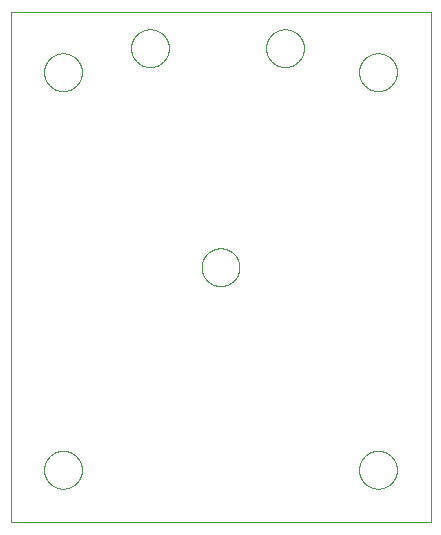
<source format=gbp>
G75*
%MOIN*%
%OFA0B0*%
%FSLAX25Y25*%
%IPPOS*%
%LPD*%
%AMOC8*
5,1,8,0,0,1.08239X$1,22.5*
%
%ADD10C,0.00000*%
D10*
X0001000Y0001000D02*
X0001000Y0170961D01*
X0141000Y0171000D01*
X0141000Y0001000D01*
X0001000Y0001000D01*
X0012201Y0018500D02*
X0012203Y0018658D01*
X0012209Y0018816D01*
X0012219Y0018974D01*
X0012233Y0019132D01*
X0012251Y0019289D01*
X0012272Y0019446D01*
X0012298Y0019602D01*
X0012328Y0019758D01*
X0012361Y0019913D01*
X0012399Y0020066D01*
X0012440Y0020219D01*
X0012485Y0020371D01*
X0012534Y0020522D01*
X0012587Y0020671D01*
X0012643Y0020819D01*
X0012703Y0020965D01*
X0012767Y0021110D01*
X0012835Y0021253D01*
X0012906Y0021395D01*
X0012980Y0021535D01*
X0013058Y0021672D01*
X0013140Y0021808D01*
X0013224Y0021942D01*
X0013313Y0022073D01*
X0013404Y0022202D01*
X0013499Y0022329D01*
X0013596Y0022454D01*
X0013697Y0022576D01*
X0013801Y0022695D01*
X0013908Y0022812D01*
X0014018Y0022926D01*
X0014131Y0023037D01*
X0014246Y0023146D01*
X0014364Y0023251D01*
X0014485Y0023353D01*
X0014608Y0023453D01*
X0014734Y0023549D01*
X0014862Y0023642D01*
X0014992Y0023732D01*
X0015125Y0023818D01*
X0015260Y0023902D01*
X0015396Y0023981D01*
X0015535Y0024058D01*
X0015676Y0024130D01*
X0015818Y0024200D01*
X0015962Y0024265D01*
X0016108Y0024327D01*
X0016255Y0024385D01*
X0016404Y0024440D01*
X0016554Y0024491D01*
X0016705Y0024538D01*
X0016857Y0024581D01*
X0017010Y0024620D01*
X0017165Y0024656D01*
X0017320Y0024687D01*
X0017476Y0024715D01*
X0017632Y0024739D01*
X0017789Y0024759D01*
X0017947Y0024775D01*
X0018104Y0024787D01*
X0018263Y0024795D01*
X0018421Y0024799D01*
X0018579Y0024799D01*
X0018737Y0024795D01*
X0018896Y0024787D01*
X0019053Y0024775D01*
X0019211Y0024759D01*
X0019368Y0024739D01*
X0019524Y0024715D01*
X0019680Y0024687D01*
X0019835Y0024656D01*
X0019990Y0024620D01*
X0020143Y0024581D01*
X0020295Y0024538D01*
X0020446Y0024491D01*
X0020596Y0024440D01*
X0020745Y0024385D01*
X0020892Y0024327D01*
X0021038Y0024265D01*
X0021182Y0024200D01*
X0021324Y0024130D01*
X0021465Y0024058D01*
X0021604Y0023981D01*
X0021740Y0023902D01*
X0021875Y0023818D01*
X0022008Y0023732D01*
X0022138Y0023642D01*
X0022266Y0023549D01*
X0022392Y0023453D01*
X0022515Y0023353D01*
X0022636Y0023251D01*
X0022754Y0023146D01*
X0022869Y0023037D01*
X0022982Y0022926D01*
X0023092Y0022812D01*
X0023199Y0022695D01*
X0023303Y0022576D01*
X0023404Y0022454D01*
X0023501Y0022329D01*
X0023596Y0022202D01*
X0023687Y0022073D01*
X0023776Y0021942D01*
X0023860Y0021808D01*
X0023942Y0021672D01*
X0024020Y0021535D01*
X0024094Y0021395D01*
X0024165Y0021253D01*
X0024233Y0021110D01*
X0024297Y0020965D01*
X0024357Y0020819D01*
X0024413Y0020671D01*
X0024466Y0020522D01*
X0024515Y0020371D01*
X0024560Y0020219D01*
X0024601Y0020066D01*
X0024639Y0019913D01*
X0024672Y0019758D01*
X0024702Y0019602D01*
X0024728Y0019446D01*
X0024749Y0019289D01*
X0024767Y0019132D01*
X0024781Y0018974D01*
X0024791Y0018816D01*
X0024797Y0018658D01*
X0024799Y0018500D01*
X0024797Y0018342D01*
X0024791Y0018184D01*
X0024781Y0018026D01*
X0024767Y0017868D01*
X0024749Y0017711D01*
X0024728Y0017554D01*
X0024702Y0017398D01*
X0024672Y0017242D01*
X0024639Y0017087D01*
X0024601Y0016934D01*
X0024560Y0016781D01*
X0024515Y0016629D01*
X0024466Y0016478D01*
X0024413Y0016329D01*
X0024357Y0016181D01*
X0024297Y0016035D01*
X0024233Y0015890D01*
X0024165Y0015747D01*
X0024094Y0015605D01*
X0024020Y0015465D01*
X0023942Y0015328D01*
X0023860Y0015192D01*
X0023776Y0015058D01*
X0023687Y0014927D01*
X0023596Y0014798D01*
X0023501Y0014671D01*
X0023404Y0014546D01*
X0023303Y0014424D01*
X0023199Y0014305D01*
X0023092Y0014188D01*
X0022982Y0014074D01*
X0022869Y0013963D01*
X0022754Y0013854D01*
X0022636Y0013749D01*
X0022515Y0013647D01*
X0022392Y0013547D01*
X0022266Y0013451D01*
X0022138Y0013358D01*
X0022008Y0013268D01*
X0021875Y0013182D01*
X0021740Y0013098D01*
X0021604Y0013019D01*
X0021465Y0012942D01*
X0021324Y0012870D01*
X0021182Y0012800D01*
X0021038Y0012735D01*
X0020892Y0012673D01*
X0020745Y0012615D01*
X0020596Y0012560D01*
X0020446Y0012509D01*
X0020295Y0012462D01*
X0020143Y0012419D01*
X0019990Y0012380D01*
X0019835Y0012344D01*
X0019680Y0012313D01*
X0019524Y0012285D01*
X0019368Y0012261D01*
X0019211Y0012241D01*
X0019053Y0012225D01*
X0018896Y0012213D01*
X0018737Y0012205D01*
X0018579Y0012201D01*
X0018421Y0012201D01*
X0018263Y0012205D01*
X0018104Y0012213D01*
X0017947Y0012225D01*
X0017789Y0012241D01*
X0017632Y0012261D01*
X0017476Y0012285D01*
X0017320Y0012313D01*
X0017165Y0012344D01*
X0017010Y0012380D01*
X0016857Y0012419D01*
X0016705Y0012462D01*
X0016554Y0012509D01*
X0016404Y0012560D01*
X0016255Y0012615D01*
X0016108Y0012673D01*
X0015962Y0012735D01*
X0015818Y0012800D01*
X0015676Y0012870D01*
X0015535Y0012942D01*
X0015396Y0013019D01*
X0015260Y0013098D01*
X0015125Y0013182D01*
X0014992Y0013268D01*
X0014862Y0013358D01*
X0014734Y0013451D01*
X0014608Y0013547D01*
X0014485Y0013647D01*
X0014364Y0013749D01*
X0014246Y0013854D01*
X0014131Y0013963D01*
X0014018Y0014074D01*
X0013908Y0014188D01*
X0013801Y0014305D01*
X0013697Y0014424D01*
X0013596Y0014546D01*
X0013499Y0014671D01*
X0013404Y0014798D01*
X0013313Y0014927D01*
X0013224Y0015058D01*
X0013140Y0015192D01*
X0013058Y0015328D01*
X0012980Y0015465D01*
X0012906Y0015605D01*
X0012835Y0015747D01*
X0012767Y0015890D01*
X0012703Y0016035D01*
X0012643Y0016181D01*
X0012587Y0016329D01*
X0012534Y0016478D01*
X0012485Y0016629D01*
X0012440Y0016781D01*
X0012399Y0016934D01*
X0012361Y0017087D01*
X0012328Y0017242D01*
X0012298Y0017398D01*
X0012272Y0017554D01*
X0012251Y0017711D01*
X0012233Y0017868D01*
X0012219Y0018026D01*
X0012209Y0018184D01*
X0012203Y0018342D01*
X0012201Y0018500D01*
X0064701Y0086000D02*
X0064703Y0086158D01*
X0064709Y0086316D01*
X0064719Y0086474D01*
X0064733Y0086632D01*
X0064751Y0086789D01*
X0064772Y0086946D01*
X0064798Y0087102D01*
X0064828Y0087258D01*
X0064861Y0087413D01*
X0064899Y0087566D01*
X0064940Y0087719D01*
X0064985Y0087871D01*
X0065034Y0088022D01*
X0065087Y0088171D01*
X0065143Y0088319D01*
X0065203Y0088465D01*
X0065267Y0088610D01*
X0065335Y0088753D01*
X0065406Y0088895D01*
X0065480Y0089035D01*
X0065558Y0089172D01*
X0065640Y0089308D01*
X0065724Y0089442D01*
X0065813Y0089573D01*
X0065904Y0089702D01*
X0065999Y0089829D01*
X0066096Y0089954D01*
X0066197Y0090076D01*
X0066301Y0090195D01*
X0066408Y0090312D01*
X0066518Y0090426D01*
X0066631Y0090537D01*
X0066746Y0090646D01*
X0066864Y0090751D01*
X0066985Y0090853D01*
X0067108Y0090953D01*
X0067234Y0091049D01*
X0067362Y0091142D01*
X0067492Y0091232D01*
X0067625Y0091318D01*
X0067760Y0091402D01*
X0067896Y0091481D01*
X0068035Y0091558D01*
X0068176Y0091630D01*
X0068318Y0091700D01*
X0068462Y0091765D01*
X0068608Y0091827D01*
X0068755Y0091885D01*
X0068904Y0091940D01*
X0069054Y0091991D01*
X0069205Y0092038D01*
X0069357Y0092081D01*
X0069510Y0092120D01*
X0069665Y0092156D01*
X0069820Y0092187D01*
X0069976Y0092215D01*
X0070132Y0092239D01*
X0070289Y0092259D01*
X0070447Y0092275D01*
X0070604Y0092287D01*
X0070763Y0092295D01*
X0070921Y0092299D01*
X0071079Y0092299D01*
X0071237Y0092295D01*
X0071396Y0092287D01*
X0071553Y0092275D01*
X0071711Y0092259D01*
X0071868Y0092239D01*
X0072024Y0092215D01*
X0072180Y0092187D01*
X0072335Y0092156D01*
X0072490Y0092120D01*
X0072643Y0092081D01*
X0072795Y0092038D01*
X0072946Y0091991D01*
X0073096Y0091940D01*
X0073245Y0091885D01*
X0073392Y0091827D01*
X0073538Y0091765D01*
X0073682Y0091700D01*
X0073824Y0091630D01*
X0073965Y0091558D01*
X0074104Y0091481D01*
X0074240Y0091402D01*
X0074375Y0091318D01*
X0074508Y0091232D01*
X0074638Y0091142D01*
X0074766Y0091049D01*
X0074892Y0090953D01*
X0075015Y0090853D01*
X0075136Y0090751D01*
X0075254Y0090646D01*
X0075369Y0090537D01*
X0075482Y0090426D01*
X0075592Y0090312D01*
X0075699Y0090195D01*
X0075803Y0090076D01*
X0075904Y0089954D01*
X0076001Y0089829D01*
X0076096Y0089702D01*
X0076187Y0089573D01*
X0076276Y0089442D01*
X0076360Y0089308D01*
X0076442Y0089172D01*
X0076520Y0089035D01*
X0076594Y0088895D01*
X0076665Y0088753D01*
X0076733Y0088610D01*
X0076797Y0088465D01*
X0076857Y0088319D01*
X0076913Y0088171D01*
X0076966Y0088022D01*
X0077015Y0087871D01*
X0077060Y0087719D01*
X0077101Y0087566D01*
X0077139Y0087413D01*
X0077172Y0087258D01*
X0077202Y0087102D01*
X0077228Y0086946D01*
X0077249Y0086789D01*
X0077267Y0086632D01*
X0077281Y0086474D01*
X0077291Y0086316D01*
X0077297Y0086158D01*
X0077299Y0086000D01*
X0077297Y0085842D01*
X0077291Y0085684D01*
X0077281Y0085526D01*
X0077267Y0085368D01*
X0077249Y0085211D01*
X0077228Y0085054D01*
X0077202Y0084898D01*
X0077172Y0084742D01*
X0077139Y0084587D01*
X0077101Y0084434D01*
X0077060Y0084281D01*
X0077015Y0084129D01*
X0076966Y0083978D01*
X0076913Y0083829D01*
X0076857Y0083681D01*
X0076797Y0083535D01*
X0076733Y0083390D01*
X0076665Y0083247D01*
X0076594Y0083105D01*
X0076520Y0082965D01*
X0076442Y0082828D01*
X0076360Y0082692D01*
X0076276Y0082558D01*
X0076187Y0082427D01*
X0076096Y0082298D01*
X0076001Y0082171D01*
X0075904Y0082046D01*
X0075803Y0081924D01*
X0075699Y0081805D01*
X0075592Y0081688D01*
X0075482Y0081574D01*
X0075369Y0081463D01*
X0075254Y0081354D01*
X0075136Y0081249D01*
X0075015Y0081147D01*
X0074892Y0081047D01*
X0074766Y0080951D01*
X0074638Y0080858D01*
X0074508Y0080768D01*
X0074375Y0080682D01*
X0074240Y0080598D01*
X0074104Y0080519D01*
X0073965Y0080442D01*
X0073824Y0080370D01*
X0073682Y0080300D01*
X0073538Y0080235D01*
X0073392Y0080173D01*
X0073245Y0080115D01*
X0073096Y0080060D01*
X0072946Y0080009D01*
X0072795Y0079962D01*
X0072643Y0079919D01*
X0072490Y0079880D01*
X0072335Y0079844D01*
X0072180Y0079813D01*
X0072024Y0079785D01*
X0071868Y0079761D01*
X0071711Y0079741D01*
X0071553Y0079725D01*
X0071396Y0079713D01*
X0071237Y0079705D01*
X0071079Y0079701D01*
X0070921Y0079701D01*
X0070763Y0079705D01*
X0070604Y0079713D01*
X0070447Y0079725D01*
X0070289Y0079741D01*
X0070132Y0079761D01*
X0069976Y0079785D01*
X0069820Y0079813D01*
X0069665Y0079844D01*
X0069510Y0079880D01*
X0069357Y0079919D01*
X0069205Y0079962D01*
X0069054Y0080009D01*
X0068904Y0080060D01*
X0068755Y0080115D01*
X0068608Y0080173D01*
X0068462Y0080235D01*
X0068318Y0080300D01*
X0068176Y0080370D01*
X0068035Y0080442D01*
X0067896Y0080519D01*
X0067760Y0080598D01*
X0067625Y0080682D01*
X0067492Y0080768D01*
X0067362Y0080858D01*
X0067234Y0080951D01*
X0067108Y0081047D01*
X0066985Y0081147D01*
X0066864Y0081249D01*
X0066746Y0081354D01*
X0066631Y0081463D01*
X0066518Y0081574D01*
X0066408Y0081688D01*
X0066301Y0081805D01*
X0066197Y0081924D01*
X0066096Y0082046D01*
X0065999Y0082171D01*
X0065904Y0082298D01*
X0065813Y0082427D01*
X0065724Y0082558D01*
X0065640Y0082692D01*
X0065558Y0082828D01*
X0065480Y0082965D01*
X0065406Y0083105D01*
X0065335Y0083247D01*
X0065267Y0083390D01*
X0065203Y0083535D01*
X0065143Y0083681D01*
X0065087Y0083829D01*
X0065034Y0083978D01*
X0064985Y0084129D01*
X0064940Y0084281D01*
X0064899Y0084434D01*
X0064861Y0084587D01*
X0064828Y0084742D01*
X0064798Y0084898D01*
X0064772Y0085054D01*
X0064751Y0085211D01*
X0064733Y0085368D01*
X0064719Y0085526D01*
X0064709Y0085684D01*
X0064703Y0085842D01*
X0064701Y0086000D01*
X0012201Y0151000D02*
X0012203Y0151158D01*
X0012209Y0151316D01*
X0012219Y0151474D01*
X0012233Y0151632D01*
X0012251Y0151789D01*
X0012272Y0151946D01*
X0012298Y0152102D01*
X0012328Y0152258D01*
X0012361Y0152413D01*
X0012399Y0152566D01*
X0012440Y0152719D01*
X0012485Y0152871D01*
X0012534Y0153022D01*
X0012587Y0153171D01*
X0012643Y0153319D01*
X0012703Y0153465D01*
X0012767Y0153610D01*
X0012835Y0153753D01*
X0012906Y0153895D01*
X0012980Y0154035D01*
X0013058Y0154172D01*
X0013140Y0154308D01*
X0013224Y0154442D01*
X0013313Y0154573D01*
X0013404Y0154702D01*
X0013499Y0154829D01*
X0013596Y0154954D01*
X0013697Y0155076D01*
X0013801Y0155195D01*
X0013908Y0155312D01*
X0014018Y0155426D01*
X0014131Y0155537D01*
X0014246Y0155646D01*
X0014364Y0155751D01*
X0014485Y0155853D01*
X0014608Y0155953D01*
X0014734Y0156049D01*
X0014862Y0156142D01*
X0014992Y0156232D01*
X0015125Y0156318D01*
X0015260Y0156402D01*
X0015396Y0156481D01*
X0015535Y0156558D01*
X0015676Y0156630D01*
X0015818Y0156700D01*
X0015962Y0156765D01*
X0016108Y0156827D01*
X0016255Y0156885D01*
X0016404Y0156940D01*
X0016554Y0156991D01*
X0016705Y0157038D01*
X0016857Y0157081D01*
X0017010Y0157120D01*
X0017165Y0157156D01*
X0017320Y0157187D01*
X0017476Y0157215D01*
X0017632Y0157239D01*
X0017789Y0157259D01*
X0017947Y0157275D01*
X0018104Y0157287D01*
X0018263Y0157295D01*
X0018421Y0157299D01*
X0018579Y0157299D01*
X0018737Y0157295D01*
X0018896Y0157287D01*
X0019053Y0157275D01*
X0019211Y0157259D01*
X0019368Y0157239D01*
X0019524Y0157215D01*
X0019680Y0157187D01*
X0019835Y0157156D01*
X0019990Y0157120D01*
X0020143Y0157081D01*
X0020295Y0157038D01*
X0020446Y0156991D01*
X0020596Y0156940D01*
X0020745Y0156885D01*
X0020892Y0156827D01*
X0021038Y0156765D01*
X0021182Y0156700D01*
X0021324Y0156630D01*
X0021465Y0156558D01*
X0021604Y0156481D01*
X0021740Y0156402D01*
X0021875Y0156318D01*
X0022008Y0156232D01*
X0022138Y0156142D01*
X0022266Y0156049D01*
X0022392Y0155953D01*
X0022515Y0155853D01*
X0022636Y0155751D01*
X0022754Y0155646D01*
X0022869Y0155537D01*
X0022982Y0155426D01*
X0023092Y0155312D01*
X0023199Y0155195D01*
X0023303Y0155076D01*
X0023404Y0154954D01*
X0023501Y0154829D01*
X0023596Y0154702D01*
X0023687Y0154573D01*
X0023776Y0154442D01*
X0023860Y0154308D01*
X0023942Y0154172D01*
X0024020Y0154035D01*
X0024094Y0153895D01*
X0024165Y0153753D01*
X0024233Y0153610D01*
X0024297Y0153465D01*
X0024357Y0153319D01*
X0024413Y0153171D01*
X0024466Y0153022D01*
X0024515Y0152871D01*
X0024560Y0152719D01*
X0024601Y0152566D01*
X0024639Y0152413D01*
X0024672Y0152258D01*
X0024702Y0152102D01*
X0024728Y0151946D01*
X0024749Y0151789D01*
X0024767Y0151632D01*
X0024781Y0151474D01*
X0024791Y0151316D01*
X0024797Y0151158D01*
X0024799Y0151000D01*
X0024797Y0150842D01*
X0024791Y0150684D01*
X0024781Y0150526D01*
X0024767Y0150368D01*
X0024749Y0150211D01*
X0024728Y0150054D01*
X0024702Y0149898D01*
X0024672Y0149742D01*
X0024639Y0149587D01*
X0024601Y0149434D01*
X0024560Y0149281D01*
X0024515Y0149129D01*
X0024466Y0148978D01*
X0024413Y0148829D01*
X0024357Y0148681D01*
X0024297Y0148535D01*
X0024233Y0148390D01*
X0024165Y0148247D01*
X0024094Y0148105D01*
X0024020Y0147965D01*
X0023942Y0147828D01*
X0023860Y0147692D01*
X0023776Y0147558D01*
X0023687Y0147427D01*
X0023596Y0147298D01*
X0023501Y0147171D01*
X0023404Y0147046D01*
X0023303Y0146924D01*
X0023199Y0146805D01*
X0023092Y0146688D01*
X0022982Y0146574D01*
X0022869Y0146463D01*
X0022754Y0146354D01*
X0022636Y0146249D01*
X0022515Y0146147D01*
X0022392Y0146047D01*
X0022266Y0145951D01*
X0022138Y0145858D01*
X0022008Y0145768D01*
X0021875Y0145682D01*
X0021740Y0145598D01*
X0021604Y0145519D01*
X0021465Y0145442D01*
X0021324Y0145370D01*
X0021182Y0145300D01*
X0021038Y0145235D01*
X0020892Y0145173D01*
X0020745Y0145115D01*
X0020596Y0145060D01*
X0020446Y0145009D01*
X0020295Y0144962D01*
X0020143Y0144919D01*
X0019990Y0144880D01*
X0019835Y0144844D01*
X0019680Y0144813D01*
X0019524Y0144785D01*
X0019368Y0144761D01*
X0019211Y0144741D01*
X0019053Y0144725D01*
X0018896Y0144713D01*
X0018737Y0144705D01*
X0018579Y0144701D01*
X0018421Y0144701D01*
X0018263Y0144705D01*
X0018104Y0144713D01*
X0017947Y0144725D01*
X0017789Y0144741D01*
X0017632Y0144761D01*
X0017476Y0144785D01*
X0017320Y0144813D01*
X0017165Y0144844D01*
X0017010Y0144880D01*
X0016857Y0144919D01*
X0016705Y0144962D01*
X0016554Y0145009D01*
X0016404Y0145060D01*
X0016255Y0145115D01*
X0016108Y0145173D01*
X0015962Y0145235D01*
X0015818Y0145300D01*
X0015676Y0145370D01*
X0015535Y0145442D01*
X0015396Y0145519D01*
X0015260Y0145598D01*
X0015125Y0145682D01*
X0014992Y0145768D01*
X0014862Y0145858D01*
X0014734Y0145951D01*
X0014608Y0146047D01*
X0014485Y0146147D01*
X0014364Y0146249D01*
X0014246Y0146354D01*
X0014131Y0146463D01*
X0014018Y0146574D01*
X0013908Y0146688D01*
X0013801Y0146805D01*
X0013697Y0146924D01*
X0013596Y0147046D01*
X0013499Y0147171D01*
X0013404Y0147298D01*
X0013313Y0147427D01*
X0013224Y0147558D01*
X0013140Y0147692D01*
X0013058Y0147828D01*
X0012980Y0147965D01*
X0012906Y0148105D01*
X0012835Y0148247D01*
X0012767Y0148390D01*
X0012703Y0148535D01*
X0012643Y0148681D01*
X0012587Y0148829D01*
X0012534Y0148978D01*
X0012485Y0149129D01*
X0012440Y0149281D01*
X0012399Y0149434D01*
X0012361Y0149587D01*
X0012328Y0149742D01*
X0012298Y0149898D01*
X0012272Y0150054D01*
X0012251Y0150211D01*
X0012233Y0150368D01*
X0012219Y0150526D01*
X0012209Y0150684D01*
X0012203Y0150842D01*
X0012201Y0151000D01*
X0041201Y0159000D02*
X0041203Y0159158D01*
X0041209Y0159316D01*
X0041219Y0159474D01*
X0041233Y0159632D01*
X0041251Y0159789D01*
X0041272Y0159946D01*
X0041298Y0160102D01*
X0041328Y0160258D01*
X0041361Y0160413D01*
X0041399Y0160566D01*
X0041440Y0160719D01*
X0041485Y0160871D01*
X0041534Y0161022D01*
X0041587Y0161171D01*
X0041643Y0161319D01*
X0041703Y0161465D01*
X0041767Y0161610D01*
X0041835Y0161753D01*
X0041906Y0161895D01*
X0041980Y0162035D01*
X0042058Y0162172D01*
X0042140Y0162308D01*
X0042224Y0162442D01*
X0042313Y0162573D01*
X0042404Y0162702D01*
X0042499Y0162829D01*
X0042596Y0162954D01*
X0042697Y0163076D01*
X0042801Y0163195D01*
X0042908Y0163312D01*
X0043018Y0163426D01*
X0043131Y0163537D01*
X0043246Y0163646D01*
X0043364Y0163751D01*
X0043485Y0163853D01*
X0043608Y0163953D01*
X0043734Y0164049D01*
X0043862Y0164142D01*
X0043992Y0164232D01*
X0044125Y0164318D01*
X0044260Y0164402D01*
X0044396Y0164481D01*
X0044535Y0164558D01*
X0044676Y0164630D01*
X0044818Y0164700D01*
X0044962Y0164765D01*
X0045108Y0164827D01*
X0045255Y0164885D01*
X0045404Y0164940D01*
X0045554Y0164991D01*
X0045705Y0165038D01*
X0045857Y0165081D01*
X0046010Y0165120D01*
X0046165Y0165156D01*
X0046320Y0165187D01*
X0046476Y0165215D01*
X0046632Y0165239D01*
X0046789Y0165259D01*
X0046947Y0165275D01*
X0047104Y0165287D01*
X0047263Y0165295D01*
X0047421Y0165299D01*
X0047579Y0165299D01*
X0047737Y0165295D01*
X0047896Y0165287D01*
X0048053Y0165275D01*
X0048211Y0165259D01*
X0048368Y0165239D01*
X0048524Y0165215D01*
X0048680Y0165187D01*
X0048835Y0165156D01*
X0048990Y0165120D01*
X0049143Y0165081D01*
X0049295Y0165038D01*
X0049446Y0164991D01*
X0049596Y0164940D01*
X0049745Y0164885D01*
X0049892Y0164827D01*
X0050038Y0164765D01*
X0050182Y0164700D01*
X0050324Y0164630D01*
X0050465Y0164558D01*
X0050604Y0164481D01*
X0050740Y0164402D01*
X0050875Y0164318D01*
X0051008Y0164232D01*
X0051138Y0164142D01*
X0051266Y0164049D01*
X0051392Y0163953D01*
X0051515Y0163853D01*
X0051636Y0163751D01*
X0051754Y0163646D01*
X0051869Y0163537D01*
X0051982Y0163426D01*
X0052092Y0163312D01*
X0052199Y0163195D01*
X0052303Y0163076D01*
X0052404Y0162954D01*
X0052501Y0162829D01*
X0052596Y0162702D01*
X0052687Y0162573D01*
X0052776Y0162442D01*
X0052860Y0162308D01*
X0052942Y0162172D01*
X0053020Y0162035D01*
X0053094Y0161895D01*
X0053165Y0161753D01*
X0053233Y0161610D01*
X0053297Y0161465D01*
X0053357Y0161319D01*
X0053413Y0161171D01*
X0053466Y0161022D01*
X0053515Y0160871D01*
X0053560Y0160719D01*
X0053601Y0160566D01*
X0053639Y0160413D01*
X0053672Y0160258D01*
X0053702Y0160102D01*
X0053728Y0159946D01*
X0053749Y0159789D01*
X0053767Y0159632D01*
X0053781Y0159474D01*
X0053791Y0159316D01*
X0053797Y0159158D01*
X0053799Y0159000D01*
X0053797Y0158842D01*
X0053791Y0158684D01*
X0053781Y0158526D01*
X0053767Y0158368D01*
X0053749Y0158211D01*
X0053728Y0158054D01*
X0053702Y0157898D01*
X0053672Y0157742D01*
X0053639Y0157587D01*
X0053601Y0157434D01*
X0053560Y0157281D01*
X0053515Y0157129D01*
X0053466Y0156978D01*
X0053413Y0156829D01*
X0053357Y0156681D01*
X0053297Y0156535D01*
X0053233Y0156390D01*
X0053165Y0156247D01*
X0053094Y0156105D01*
X0053020Y0155965D01*
X0052942Y0155828D01*
X0052860Y0155692D01*
X0052776Y0155558D01*
X0052687Y0155427D01*
X0052596Y0155298D01*
X0052501Y0155171D01*
X0052404Y0155046D01*
X0052303Y0154924D01*
X0052199Y0154805D01*
X0052092Y0154688D01*
X0051982Y0154574D01*
X0051869Y0154463D01*
X0051754Y0154354D01*
X0051636Y0154249D01*
X0051515Y0154147D01*
X0051392Y0154047D01*
X0051266Y0153951D01*
X0051138Y0153858D01*
X0051008Y0153768D01*
X0050875Y0153682D01*
X0050740Y0153598D01*
X0050604Y0153519D01*
X0050465Y0153442D01*
X0050324Y0153370D01*
X0050182Y0153300D01*
X0050038Y0153235D01*
X0049892Y0153173D01*
X0049745Y0153115D01*
X0049596Y0153060D01*
X0049446Y0153009D01*
X0049295Y0152962D01*
X0049143Y0152919D01*
X0048990Y0152880D01*
X0048835Y0152844D01*
X0048680Y0152813D01*
X0048524Y0152785D01*
X0048368Y0152761D01*
X0048211Y0152741D01*
X0048053Y0152725D01*
X0047896Y0152713D01*
X0047737Y0152705D01*
X0047579Y0152701D01*
X0047421Y0152701D01*
X0047263Y0152705D01*
X0047104Y0152713D01*
X0046947Y0152725D01*
X0046789Y0152741D01*
X0046632Y0152761D01*
X0046476Y0152785D01*
X0046320Y0152813D01*
X0046165Y0152844D01*
X0046010Y0152880D01*
X0045857Y0152919D01*
X0045705Y0152962D01*
X0045554Y0153009D01*
X0045404Y0153060D01*
X0045255Y0153115D01*
X0045108Y0153173D01*
X0044962Y0153235D01*
X0044818Y0153300D01*
X0044676Y0153370D01*
X0044535Y0153442D01*
X0044396Y0153519D01*
X0044260Y0153598D01*
X0044125Y0153682D01*
X0043992Y0153768D01*
X0043862Y0153858D01*
X0043734Y0153951D01*
X0043608Y0154047D01*
X0043485Y0154147D01*
X0043364Y0154249D01*
X0043246Y0154354D01*
X0043131Y0154463D01*
X0043018Y0154574D01*
X0042908Y0154688D01*
X0042801Y0154805D01*
X0042697Y0154924D01*
X0042596Y0155046D01*
X0042499Y0155171D01*
X0042404Y0155298D01*
X0042313Y0155427D01*
X0042224Y0155558D01*
X0042140Y0155692D01*
X0042058Y0155828D01*
X0041980Y0155965D01*
X0041906Y0156105D01*
X0041835Y0156247D01*
X0041767Y0156390D01*
X0041703Y0156535D01*
X0041643Y0156681D01*
X0041587Y0156829D01*
X0041534Y0156978D01*
X0041485Y0157129D01*
X0041440Y0157281D01*
X0041399Y0157434D01*
X0041361Y0157587D01*
X0041328Y0157742D01*
X0041298Y0157898D01*
X0041272Y0158054D01*
X0041251Y0158211D01*
X0041233Y0158368D01*
X0041219Y0158526D01*
X0041209Y0158684D01*
X0041203Y0158842D01*
X0041201Y0159000D01*
X0086201Y0159000D02*
X0086203Y0159158D01*
X0086209Y0159316D01*
X0086219Y0159474D01*
X0086233Y0159632D01*
X0086251Y0159789D01*
X0086272Y0159946D01*
X0086298Y0160102D01*
X0086328Y0160258D01*
X0086361Y0160413D01*
X0086399Y0160566D01*
X0086440Y0160719D01*
X0086485Y0160871D01*
X0086534Y0161022D01*
X0086587Y0161171D01*
X0086643Y0161319D01*
X0086703Y0161465D01*
X0086767Y0161610D01*
X0086835Y0161753D01*
X0086906Y0161895D01*
X0086980Y0162035D01*
X0087058Y0162172D01*
X0087140Y0162308D01*
X0087224Y0162442D01*
X0087313Y0162573D01*
X0087404Y0162702D01*
X0087499Y0162829D01*
X0087596Y0162954D01*
X0087697Y0163076D01*
X0087801Y0163195D01*
X0087908Y0163312D01*
X0088018Y0163426D01*
X0088131Y0163537D01*
X0088246Y0163646D01*
X0088364Y0163751D01*
X0088485Y0163853D01*
X0088608Y0163953D01*
X0088734Y0164049D01*
X0088862Y0164142D01*
X0088992Y0164232D01*
X0089125Y0164318D01*
X0089260Y0164402D01*
X0089396Y0164481D01*
X0089535Y0164558D01*
X0089676Y0164630D01*
X0089818Y0164700D01*
X0089962Y0164765D01*
X0090108Y0164827D01*
X0090255Y0164885D01*
X0090404Y0164940D01*
X0090554Y0164991D01*
X0090705Y0165038D01*
X0090857Y0165081D01*
X0091010Y0165120D01*
X0091165Y0165156D01*
X0091320Y0165187D01*
X0091476Y0165215D01*
X0091632Y0165239D01*
X0091789Y0165259D01*
X0091947Y0165275D01*
X0092104Y0165287D01*
X0092263Y0165295D01*
X0092421Y0165299D01*
X0092579Y0165299D01*
X0092737Y0165295D01*
X0092896Y0165287D01*
X0093053Y0165275D01*
X0093211Y0165259D01*
X0093368Y0165239D01*
X0093524Y0165215D01*
X0093680Y0165187D01*
X0093835Y0165156D01*
X0093990Y0165120D01*
X0094143Y0165081D01*
X0094295Y0165038D01*
X0094446Y0164991D01*
X0094596Y0164940D01*
X0094745Y0164885D01*
X0094892Y0164827D01*
X0095038Y0164765D01*
X0095182Y0164700D01*
X0095324Y0164630D01*
X0095465Y0164558D01*
X0095604Y0164481D01*
X0095740Y0164402D01*
X0095875Y0164318D01*
X0096008Y0164232D01*
X0096138Y0164142D01*
X0096266Y0164049D01*
X0096392Y0163953D01*
X0096515Y0163853D01*
X0096636Y0163751D01*
X0096754Y0163646D01*
X0096869Y0163537D01*
X0096982Y0163426D01*
X0097092Y0163312D01*
X0097199Y0163195D01*
X0097303Y0163076D01*
X0097404Y0162954D01*
X0097501Y0162829D01*
X0097596Y0162702D01*
X0097687Y0162573D01*
X0097776Y0162442D01*
X0097860Y0162308D01*
X0097942Y0162172D01*
X0098020Y0162035D01*
X0098094Y0161895D01*
X0098165Y0161753D01*
X0098233Y0161610D01*
X0098297Y0161465D01*
X0098357Y0161319D01*
X0098413Y0161171D01*
X0098466Y0161022D01*
X0098515Y0160871D01*
X0098560Y0160719D01*
X0098601Y0160566D01*
X0098639Y0160413D01*
X0098672Y0160258D01*
X0098702Y0160102D01*
X0098728Y0159946D01*
X0098749Y0159789D01*
X0098767Y0159632D01*
X0098781Y0159474D01*
X0098791Y0159316D01*
X0098797Y0159158D01*
X0098799Y0159000D01*
X0098797Y0158842D01*
X0098791Y0158684D01*
X0098781Y0158526D01*
X0098767Y0158368D01*
X0098749Y0158211D01*
X0098728Y0158054D01*
X0098702Y0157898D01*
X0098672Y0157742D01*
X0098639Y0157587D01*
X0098601Y0157434D01*
X0098560Y0157281D01*
X0098515Y0157129D01*
X0098466Y0156978D01*
X0098413Y0156829D01*
X0098357Y0156681D01*
X0098297Y0156535D01*
X0098233Y0156390D01*
X0098165Y0156247D01*
X0098094Y0156105D01*
X0098020Y0155965D01*
X0097942Y0155828D01*
X0097860Y0155692D01*
X0097776Y0155558D01*
X0097687Y0155427D01*
X0097596Y0155298D01*
X0097501Y0155171D01*
X0097404Y0155046D01*
X0097303Y0154924D01*
X0097199Y0154805D01*
X0097092Y0154688D01*
X0096982Y0154574D01*
X0096869Y0154463D01*
X0096754Y0154354D01*
X0096636Y0154249D01*
X0096515Y0154147D01*
X0096392Y0154047D01*
X0096266Y0153951D01*
X0096138Y0153858D01*
X0096008Y0153768D01*
X0095875Y0153682D01*
X0095740Y0153598D01*
X0095604Y0153519D01*
X0095465Y0153442D01*
X0095324Y0153370D01*
X0095182Y0153300D01*
X0095038Y0153235D01*
X0094892Y0153173D01*
X0094745Y0153115D01*
X0094596Y0153060D01*
X0094446Y0153009D01*
X0094295Y0152962D01*
X0094143Y0152919D01*
X0093990Y0152880D01*
X0093835Y0152844D01*
X0093680Y0152813D01*
X0093524Y0152785D01*
X0093368Y0152761D01*
X0093211Y0152741D01*
X0093053Y0152725D01*
X0092896Y0152713D01*
X0092737Y0152705D01*
X0092579Y0152701D01*
X0092421Y0152701D01*
X0092263Y0152705D01*
X0092104Y0152713D01*
X0091947Y0152725D01*
X0091789Y0152741D01*
X0091632Y0152761D01*
X0091476Y0152785D01*
X0091320Y0152813D01*
X0091165Y0152844D01*
X0091010Y0152880D01*
X0090857Y0152919D01*
X0090705Y0152962D01*
X0090554Y0153009D01*
X0090404Y0153060D01*
X0090255Y0153115D01*
X0090108Y0153173D01*
X0089962Y0153235D01*
X0089818Y0153300D01*
X0089676Y0153370D01*
X0089535Y0153442D01*
X0089396Y0153519D01*
X0089260Y0153598D01*
X0089125Y0153682D01*
X0088992Y0153768D01*
X0088862Y0153858D01*
X0088734Y0153951D01*
X0088608Y0154047D01*
X0088485Y0154147D01*
X0088364Y0154249D01*
X0088246Y0154354D01*
X0088131Y0154463D01*
X0088018Y0154574D01*
X0087908Y0154688D01*
X0087801Y0154805D01*
X0087697Y0154924D01*
X0087596Y0155046D01*
X0087499Y0155171D01*
X0087404Y0155298D01*
X0087313Y0155427D01*
X0087224Y0155558D01*
X0087140Y0155692D01*
X0087058Y0155828D01*
X0086980Y0155965D01*
X0086906Y0156105D01*
X0086835Y0156247D01*
X0086767Y0156390D01*
X0086703Y0156535D01*
X0086643Y0156681D01*
X0086587Y0156829D01*
X0086534Y0156978D01*
X0086485Y0157129D01*
X0086440Y0157281D01*
X0086399Y0157434D01*
X0086361Y0157587D01*
X0086328Y0157742D01*
X0086298Y0157898D01*
X0086272Y0158054D01*
X0086251Y0158211D01*
X0086233Y0158368D01*
X0086219Y0158526D01*
X0086209Y0158684D01*
X0086203Y0158842D01*
X0086201Y0159000D01*
X0117201Y0151000D02*
X0117203Y0151158D01*
X0117209Y0151316D01*
X0117219Y0151474D01*
X0117233Y0151632D01*
X0117251Y0151789D01*
X0117272Y0151946D01*
X0117298Y0152102D01*
X0117328Y0152258D01*
X0117361Y0152413D01*
X0117399Y0152566D01*
X0117440Y0152719D01*
X0117485Y0152871D01*
X0117534Y0153022D01*
X0117587Y0153171D01*
X0117643Y0153319D01*
X0117703Y0153465D01*
X0117767Y0153610D01*
X0117835Y0153753D01*
X0117906Y0153895D01*
X0117980Y0154035D01*
X0118058Y0154172D01*
X0118140Y0154308D01*
X0118224Y0154442D01*
X0118313Y0154573D01*
X0118404Y0154702D01*
X0118499Y0154829D01*
X0118596Y0154954D01*
X0118697Y0155076D01*
X0118801Y0155195D01*
X0118908Y0155312D01*
X0119018Y0155426D01*
X0119131Y0155537D01*
X0119246Y0155646D01*
X0119364Y0155751D01*
X0119485Y0155853D01*
X0119608Y0155953D01*
X0119734Y0156049D01*
X0119862Y0156142D01*
X0119992Y0156232D01*
X0120125Y0156318D01*
X0120260Y0156402D01*
X0120396Y0156481D01*
X0120535Y0156558D01*
X0120676Y0156630D01*
X0120818Y0156700D01*
X0120962Y0156765D01*
X0121108Y0156827D01*
X0121255Y0156885D01*
X0121404Y0156940D01*
X0121554Y0156991D01*
X0121705Y0157038D01*
X0121857Y0157081D01*
X0122010Y0157120D01*
X0122165Y0157156D01*
X0122320Y0157187D01*
X0122476Y0157215D01*
X0122632Y0157239D01*
X0122789Y0157259D01*
X0122947Y0157275D01*
X0123104Y0157287D01*
X0123263Y0157295D01*
X0123421Y0157299D01*
X0123579Y0157299D01*
X0123737Y0157295D01*
X0123896Y0157287D01*
X0124053Y0157275D01*
X0124211Y0157259D01*
X0124368Y0157239D01*
X0124524Y0157215D01*
X0124680Y0157187D01*
X0124835Y0157156D01*
X0124990Y0157120D01*
X0125143Y0157081D01*
X0125295Y0157038D01*
X0125446Y0156991D01*
X0125596Y0156940D01*
X0125745Y0156885D01*
X0125892Y0156827D01*
X0126038Y0156765D01*
X0126182Y0156700D01*
X0126324Y0156630D01*
X0126465Y0156558D01*
X0126604Y0156481D01*
X0126740Y0156402D01*
X0126875Y0156318D01*
X0127008Y0156232D01*
X0127138Y0156142D01*
X0127266Y0156049D01*
X0127392Y0155953D01*
X0127515Y0155853D01*
X0127636Y0155751D01*
X0127754Y0155646D01*
X0127869Y0155537D01*
X0127982Y0155426D01*
X0128092Y0155312D01*
X0128199Y0155195D01*
X0128303Y0155076D01*
X0128404Y0154954D01*
X0128501Y0154829D01*
X0128596Y0154702D01*
X0128687Y0154573D01*
X0128776Y0154442D01*
X0128860Y0154308D01*
X0128942Y0154172D01*
X0129020Y0154035D01*
X0129094Y0153895D01*
X0129165Y0153753D01*
X0129233Y0153610D01*
X0129297Y0153465D01*
X0129357Y0153319D01*
X0129413Y0153171D01*
X0129466Y0153022D01*
X0129515Y0152871D01*
X0129560Y0152719D01*
X0129601Y0152566D01*
X0129639Y0152413D01*
X0129672Y0152258D01*
X0129702Y0152102D01*
X0129728Y0151946D01*
X0129749Y0151789D01*
X0129767Y0151632D01*
X0129781Y0151474D01*
X0129791Y0151316D01*
X0129797Y0151158D01*
X0129799Y0151000D01*
X0129797Y0150842D01*
X0129791Y0150684D01*
X0129781Y0150526D01*
X0129767Y0150368D01*
X0129749Y0150211D01*
X0129728Y0150054D01*
X0129702Y0149898D01*
X0129672Y0149742D01*
X0129639Y0149587D01*
X0129601Y0149434D01*
X0129560Y0149281D01*
X0129515Y0149129D01*
X0129466Y0148978D01*
X0129413Y0148829D01*
X0129357Y0148681D01*
X0129297Y0148535D01*
X0129233Y0148390D01*
X0129165Y0148247D01*
X0129094Y0148105D01*
X0129020Y0147965D01*
X0128942Y0147828D01*
X0128860Y0147692D01*
X0128776Y0147558D01*
X0128687Y0147427D01*
X0128596Y0147298D01*
X0128501Y0147171D01*
X0128404Y0147046D01*
X0128303Y0146924D01*
X0128199Y0146805D01*
X0128092Y0146688D01*
X0127982Y0146574D01*
X0127869Y0146463D01*
X0127754Y0146354D01*
X0127636Y0146249D01*
X0127515Y0146147D01*
X0127392Y0146047D01*
X0127266Y0145951D01*
X0127138Y0145858D01*
X0127008Y0145768D01*
X0126875Y0145682D01*
X0126740Y0145598D01*
X0126604Y0145519D01*
X0126465Y0145442D01*
X0126324Y0145370D01*
X0126182Y0145300D01*
X0126038Y0145235D01*
X0125892Y0145173D01*
X0125745Y0145115D01*
X0125596Y0145060D01*
X0125446Y0145009D01*
X0125295Y0144962D01*
X0125143Y0144919D01*
X0124990Y0144880D01*
X0124835Y0144844D01*
X0124680Y0144813D01*
X0124524Y0144785D01*
X0124368Y0144761D01*
X0124211Y0144741D01*
X0124053Y0144725D01*
X0123896Y0144713D01*
X0123737Y0144705D01*
X0123579Y0144701D01*
X0123421Y0144701D01*
X0123263Y0144705D01*
X0123104Y0144713D01*
X0122947Y0144725D01*
X0122789Y0144741D01*
X0122632Y0144761D01*
X0122476Y0144785D01*
X0122320Y0144813D01*
X0122165Y0144844D01*
X0122010Y0144880D01*
X0121857Y0144919D01*
X0121705Y0144962D01*
X0121554Y0145009D01*
X0121404Y0145060D01*
X0121255Y0145115D01*
X0121108Y0145173D01*
X0120962Y0145235D01*
X0120818Y0145300D01*
X0120676Y0145370D01*
X0120535Y0145442D01*
X0120396Y0145519D01*
X0120260Y0145598D01*
X0120125Y0145682D01*
X0119992Y0145768D01*
X0119862Y0145858D01*
X0119734Y0145951D01*
X0119608Y0146047D01*
X0119485Y0146147D01*
X0119364Y0146249D01*
X0119246Y0146354D01*
X0119131Y0146463D01*
X0119018Y0146574D01*
X0118908Y0146688D01*
X0118801Y0146805D01*
X0118697Y0146924D01*
X0118596Y0147046D01*
X0118499Y0147171D01*
X0118404Y0147298D01*
X0118313Y0147427D01*
X0118224Y0147558D01*
X0118140Y0147692D01*
X0118058Y0147828D01*
X0117980Y0147965D01*
X0117906Y0148105D01*
X0117835Y0148247D01*
X0117767Y0148390D01*
X0117703Y0148535D01*
X0117643Y0148681D01*
X0117587Y0148829D01*
X0117534Y0148978D01*
X0117485Y0149129D01*
X0117440Y0149281D01*
X0117399Y0149434D01*
X0117361Y0149587D01*
X0117328Y0149742D01*
X0117298Y0149898D01*
X0117272Y0150054D01*
X0117251Y0150211D01*
X0117233Y0150368D01*
X0117219Y0150526D01*
X0117209Y0150684D01*
X0117203Y0150842D01*
X0117201Y0151000D01*
X0117201Y0018500D02*
X0117203Y0018658D01*
X0117209Y0018816D01*
X0117219Y0018974D01*
X0117233Y0019132D01*
X0117251Y0019289D01*
X0117272Y0019446D01*
X0117298Y0019602D01*
X0117328Y0019758D01*
X0117361Y0019913D01*
X0117399Y0020066D01*
X0117440Y0020219D01*
X0117485Y0020371D01*
X0117534Y0020522D01*
X0117587Y0020671D01*
X0117643Y0020819D01*
X0117703Y0020965D01*
X0117767Y0021110D01*
X0117835Y0021253D01*
X0117906Y0021395D01*
X0117980Y0021535D01*
X0118058Y0021672D01*
X0118140Y0021808D01*
X0118224Y0021942D01*
X0118313Y0022073D01*
X0118404Y0022202D01*
X0118499Y0022329D01*
X0118596Y0022454D01*
X0118697Y0022576D01*
X0118801Y0022695D01*
X0118908Y0022812D01*
X0119018Y0022926D01*
X0119131Y0023037D01*
X0119246Y0023146D01*
X0119364Y0023251D01*
X0119485Y0023353D01*
X0119608Y0023453D01*
X0119734Y0023549D01*
X0119862Y0023642D01*
X0119992Y0023732D01*
X0120125Y0023818D01*
X0120260Y0023902D01*
X0120396Y0023981D01*
X0120535Y0024058D01*
X0120676Y0024130D01*
X0120818Y0024200D01*
X0120962Y0024265D01*
X0121108Y0024327D01*
X0121255Y0024385D01*
X0121404Y0024440D01*
X0121554Y0024491D01*
X0121705Y0024538D01*
X0121857Y0024581D01*
X0122010Y0024620D01*
X0122165Y0024656D01*
X0122320Y0024687D01*
X0122476Y0024715D01*
X0122632Y0024739D01*
X0122789Y0024759D01*
X0122947Y0024775D01*
X0123104Y0024787D01*
X0123263Y0024795D01*
X0123421Y0024799D01*
X0123579Y0024799D01*
X0123737Y0024795D01*
X0123896Y0024787D01*
X0124053Y0024775D01*
X0124211Y0024759D01*
X0124368Y0024739D01*
X0124524Y0024715D01*
X0124680Y0024687D01*
X0124835Y0024656D01*
X0124990Y0024620D01*
X0125143Y0024581D01*
X0125295Y0024538D01*
X0125446Y0024491D01*
X0125596Y0024440D01*
X0125745Y0024385D01*
X0125892Y0024327D01*
X0126038Y0024265D01*
X0126182Y0024200D01*
X0126324Y0024130D01*
X0126465Y0024058D01*
X0126604Y0023981D01*
X0126740Y0023902D01*
X0126875Y0023818D01*
X0127008Y0023732D01*
X0127138Y0023642D01*
X0127266Y0023549D01*
X0127392Y0023453D01*
X0127515Y0023353D01*
X0127636Y0023251D01*
X0127754Y0023146D01*
X0127869Y0023037D01*
X0127982Y0022926D01*
X0128092Y0022812D01*
X0128199Y0022695D01*
X0128303Y0022576D01*
X0128404Y0022454D01*
X0128501Y0022329D01*
X0128596Y0022202D01*
X0128687Y0022073D01*
X0128776Y0021942D01*
X0128860Y0021808D01*
X0128942Y0021672D01*
X0129020Y0021535D01*
X0129094Y0021395D01*
X0129165Y0021253D01*
X0129233Y0021110D01*
X0129297Y0020965D01*
X0129357Y0020819D01*
X0129413Y0020671D01*
X0129466Y0020522D01*
X0129515Y0020371D01*
X0129560Y0020219D01*
X0129601Y0020066D01*
X0129639Y0019913D01*
X0129672Y0019758D01*
X0129702Y0019602D01*
X0129728Y0019446D01*
X0129749Y0019289D01*
X0129767Y0019132D01*
X0129781Y0018974D01*
X0129791Y0018816D01*
X0129797Y0018658D01*
X0129799Y0018500D01*
X0129797Y0018342D01*
X0129791Y0018184D01*
X0129781Y0018026D01*
X0129767Y0017868D01*
X0129749Y0017711D01*
X0129728Y0017554D01*
X0129702Y0017398D01*
X0129672Y0017242D01*
X0129639Y0017087D01*
X0129601Y0016934D01*
X0129560Y0016781D01*
X0129515Y0016629D01*
X0129466Y0016478D01*
X0129413Y0016329D01*
X0129357Y0016181D01*
X0129297Y0016035D01*
X0129233Y0015890D01*
X0129165Y0015747D01*
X0129094Y0015605D01*
X0129020Y0015465D01*
X0128942Y0015328D01*
X0128860Y0015192D01*
X0128776Y0015058D01*
X0128687Y0014927D01*
X0128596Y0014798D01*
X0128501Y0014671D01*
X0128404Y0014546D01*
X0128303Y0014424D01*
X0128199Y0014305D01*
X0128092Y0014188D01*
X0127982Y0014074D01*
X0127869Y0013963D01*
X0127754Y0013854D01*
X0127636Y0013749D01*
X0127515Y0013647D01*
X0127392Y0013547D01*
X0127266Y0013451D01*
X0127138Y0013358D01*
X0127008Y0013268D01*
X0126875Y0013182D01*
X0126740Y0013098D01*
X0126604Y0013019D01*
X0126465Y0012942D01*
X0126324Y0012870D01*
X0126182Y0012800D01*
X0126038Y0012735D01*
X0125892Y0012673D01*
X0125745Y0012615D01*
X0125596Y0012560D01*
X0125446Y0012509D01*
X0125295Y0012462D01*
X0125143Y0012419D01*
X0124990Y0012380D01*
X0124835Y0012344D01*
X0124680Y0012313D01*
X0124524Y0012285D01*
X0124368Y0012261D01*
X0124211Y0012241D01*
X0124053Y0012225D01*
X0123896Y0012213D01*
X0123737Y0012205D01*
X0123579Y0012201D01*
X0123421Y0012201D01*
X0123263Y0012205D01*
X0123104Y0012213D01*
X0122947Y0012225D01*
X0122789Y0012241D01*
X0122632Y0012261D01*
X0122476Y0012285D01*
X0122320Y0012313D01*
X0122165Y0012344D01*
X0122010Y0012380D01*
X0121857Y0012419D01*
X0121705Y0012462D01*
X0121554Y0012509D01*
X0121404Y0012560D01*
X0121255Y0012615D01*
X0121108Y0012673D01*
X0120962Y0012735D01*
X0120818Y0012800D01*
X0120676Y0012870D01*
X0120535Y0012942D01*
X0120396Y0013019D01*
X0120260Y0013098D01*
X0120125Y0013182D01*
X0119992Y0013268D01*
X0119862Y0013358D01*
X0119734Y0013451D01*
X0119608Y0013547D01*
X0119485Y0013647D01*
X0119364Y0013749D01*
X0119246Y0013854D01*
X0119131Y0013963D01*
X0119018Y0014074D01*
X0118908Y0014188D01*
X0118801Y0014305D01*
X0118697Y0014424D01*
X0118596Y0014546D01*
X0118499Y0014671D01*
X0118404Y0014798D01*
X0118313Y0014927D01*
X0118224Y0015058D01*
X0118140Y0015192D01*
X0118058Y0015328D01*
X0117980Y0015465D01*
X0117906Y0015605D01*
X0117835Y0015747D01*
X0117767Y0015890D01*
X0117703Y0016035D01*
X0117643Y0016181D01*
X0117587Y0016329D01*
X0117534Y0016478D01*
X0117485Y0016629D01*
X0117440Y0016781D01*
X0117399Y0016934D01*
X0117361Y0017087D01*
X0117328Y0017242D01*
X0117298Y0017398D01*
X0117272Y0017554D01*
X0117251Y0017711D01*
X0117233Y0017868D01*
X0117219Y0018026D01*
X0117209Y0018184D01*
X0117203Y0018342D01*
X0117201Y0018500D01*
M02*

</source>
